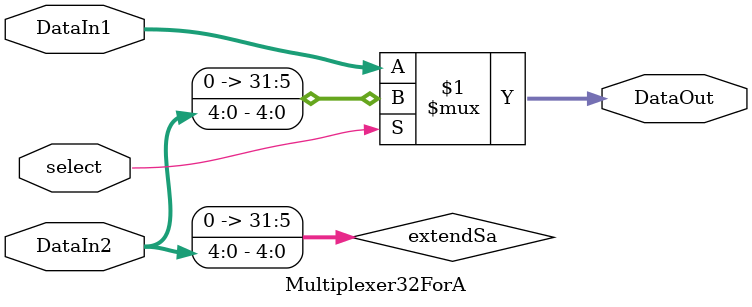
<source format=v>
`timescale 1ns / 1ps


module Multiplexer32ForA(       //ÓÃÓÚÑ¡ÔñALUµÄµÚÒ»¸öÊäÈëµÄ2Ñ¡1Ñ¡ÔñÆ÷
    input select,
    input [31:0]DataIn1,
    input [4:0]DataIn2,			//ÊäÈëµÄsaÖ»ÓÐ5Î»£¬Òª×ö0À©Õ¹
    output [31:0]DataOut
    );
    
	wire [31:0]extendSa;
	assign extendSa[31:5] = 0;
	assign extendSa[4:0] = DataIn2;
	
    assign DataOut = select ? extendSa : DataIn1;
endmodule

</source>
